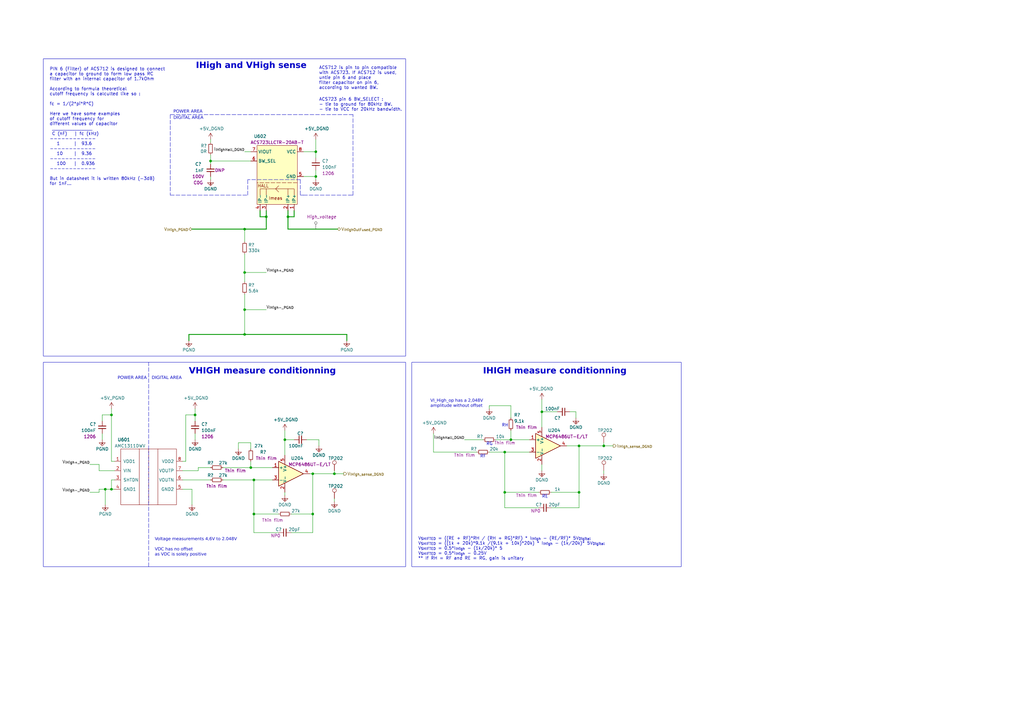
<source format=kicad_sch>
(kicad_sch (version 20230121) (generator eeschema)
  (paper "A3")
  (title_block (title "TWIST 1.4") (date "2023-10-11") (company "https://gitlab.laas.fr/owntech/boards/TWIST") (comment 1 "WALTER"))
  (lib_symbols
    (symbol "AMC1311DBW_1" (pin_names (offset 1.016))
      (property "Reference" "U601" (at -8.89 13.97 0))
      (property "Value" "AMC1311DWV" (at 7.62 13.97 0))
      (symbol "AMC1311DBW_1_0_1"
        (rectangle (start -11.43 12.7) (end 11.43 -10.16))
        (polyline (pts (xy -3.81 12.7) (xy -3.81 -10.16)))
        (polyline (pts (xy 0 12.7) (xy 0 -10.16)) (stroke (width 0) (type dash)))
        (polyline (pts (xy 3.81 12.7) (xy 3.81 -10.16)))
      )
      (symbol "AMC1311DBW_1_1_1"
        (pin power_in line (at -13.97 7.62 0) (length 2.54) (name "VDD1") (number "1"))
        (pin input line (at -13.97 3.81 0) (length 2.54) (name "VIN") (number "2"))
        (pin input line (at -13.97 0 0) (length 2.54) (name "SHTDN") (number "3"))
        (pin power_in line (at -13.97 -3.81 0) (length 2.54) (name "GND1") (number "4"))
        (pin power_in line (at 13.97 -3.81 180) (length 2.54) (name "GND2") (number "5"))
        (pin output line (at 13.97 0 180) (length 2.54) (name "VOUTN") (number "6"))
        (pin output line (at 13.97 3.81 180) (length 2.54) (name "VOUTP") (number "7"))
        (pin power_in line (at 13.97 7.62 180) (length 2.54) (name "VDD2") (number "8"))
      )
    )
    (symbol "Connector:TestPoint" (pin_numbers hide) (pin_names (offset 0.762) hide)
      (property "Reference" "TP" (at 0 6.858 0))
      (property "Value" "TestPoint" (at 0 5.08 0))
      (symbol "TestPoint_0_1"
        (circle (center 0 3.302) (radius 0.762))
      )
      (symbol "TestPoint_1_1"
        (pin passive line (at 0 0 90) (length 2.54) (name "1") (number "1"))
      )
    )
    (symbol "Device:C_Small" (pin_numbers hide) (pin_names (offset 0.254) hide)
      (property "Reference" "C" (at 0.254 1.778 0))
      (property "Value" "C_Small" (at 0.254 -2.032 0))
      (symbol "C_Small_0_1"
        (polyline (pts (xy -1.524 -0.508) (xy 1.524 -0.508)) (stroke (width 0.3302)))
        (polyline (pts (xy -1.524 0.508) (xy 1.524 0.508)) (stroke (width 0.3048)))
      )
      (symbol "C_Small_1_1"
        (pin passive line (at 0 2.54 270) (length 2.032) (name "~") (number "1"))
        (pin passive line (at 0 -2.54 90) (length 2.032) (name "~") (number "2"))
      )
    )
    (symbol "Device:R_Small" (pin_numbers hide) (pin_names (offset 0.254) hide)
      (property "Reference" "R" (at 0.762 0.508 0))
      (property "Value" "R_Small" (at 0.762 -1.016 0))
      (symbol "R_Small_0_1"
        (rectangle (start -0.762 1.778) (end 0.762 -1.778) (stroke (width 0.2032)))
      )
      (symbol "R_Small_1_1"
        (pin passive line (at 0 2.54 270) (length 0.762) (name "~") (number "1"))
        (pin passive line (at 0 -2.54 90) (length 0.762) (name "~") (number "2"))
      )
    )
    (symbol "R_Small_14" (pin_numbers hide) (pin_names (offset 0.254) hide)
      (property "Reference" "R" (at 0.762 0.508 0))
      (property "Value" "R_Small_14" (at 0.762 -1.016 0))
      (symbol "R_Small_14_0_1"
        (rectangle (start -0.762 1.778) (end 0.762 -1.778) (stroke (width 0.2032)))
      )
      (symbol "R_Small_14_1_1"
        (pin passive line (at 0 2.54 270) (length 0.762) (name "~") (number "1"))
        (pin passive line (at 0 -2.54 90) (length 0.762) (name "~") (number "2"))
      )
    )
    (symbol "R_Small_5" (pin_numbers hide) (pin_names (offset 0.254) hide)
      (property "Reference" "R" (at 0.762 0.508 0))
      (property "Value" "R_Small_5" (at 0.762 -1.016 0))
      (symbol "R_Small_5_0_1"
        (rectangle (start -0.762 1.778) (end 0.762 -1.778) (stroke (width 0.2032)))
      )
      (symbol "R_Small_5_1_1"
        (pin passive line (at 0 2.54 270) (length 0.762) (name "~") (number "1"))
        (pin passive line (at 0 -2.54 90) (length 0.762) (name "~") (number "2"))
      )
    )
    (symbol "R_Small_6" (pin_numbers hide) (pin_names (offset 0.254) hide)
      (property "Reference" "R" (at 0.762 0.508 0))
      (property "Value" "R_Small_6" (at 0.762 -1.016 0))
      (symbol "R_Small_6_0_1"
        (rectangle (start -0.762 1.778) (end 0.762 -1.778) (stroke (width 0.2032)))
      )
      (symbol "R_Small_6_1_1"
        (pin passive line (at 0 2.54 270) (length 0.762) (name "~") (number "1"))
        (pin passive line (at 0 -2.54 90) (length 0.762) (name "~") (number "2"))
      )
    )
    (symbol "Symbols:+5V_DGND" (power) (in_bom no) (on_board no)
      (property "Value" "+5V_DGND" (at -0.127 3.81 0))
      (symbol "+5V_DGND_0_1"
        (polyline (pts (xy -0.762 1.27) (xy 0 2.54)))
        (polyline (pts (xy 0 0) (xy 0 2.54)))
        (polyline (pts (xy 0 2.54) (xy 0.762 1.27)))
      )
      (symbol "+5V_DGND_1_1"
        (pin power_in line (at 0 0 90) (length 0) hide (name "+5V_DGND") (number "1"))
      )
    )
    (symbol "Symbols:+5V_PGND" (power) (in_bom no) (on_board no)
      (property "Value" "+5V_PGND" (at -0.127 3.81 0))
      (symbol "+5V_PGND_0_1"
        (polyline (pts (xy -0.762 1.27) (xy 0 2.54)))
        (polyline (pts (xy 0 0) (xy 0 2.54)))
        (polyline (pts (xy 0 2.54) (xy 0.762 1.27)))
      )
      (symbol "+5V_PGND_1_1"
        (pin power_in line (at 0 0 90) (length 0) hide (name "+5V_PGND") (number "1"))
      )
    )
    (symbol "Symbols:ACS723LLCTR-20AB-T"
      (property "Reference" "U602" (at 7.62 10.16 0))
      (property "Value" "ACS723LLCTR-20AB-T" (at 13.97 -15.24 0))
      (property "manf#" "ACS723LLCTR-20AB-T" (at -8.89 10.16 0))
      (symbol "ACS723LLCTR-20AB-T_0_0"
        (rectangle (start -8.89 8.89) (end 7.62 -15.24) (fill (type background)))
        (polyline (pts (xy -8.89 -6.35) (xy 7.62 -6.35)) (stroke (width 0) (type dash)))
        (polyline (pts (xy -1.27 -10.16) (xy 0 -8.89) (xy -1.27 -7.62)))
        (text "HALL" (at 5.08 -7.62 0) (effects (font (size 1.27 1.27))))
        (text "Imeas" (at 0 -12.7 0) (effects (font (size 1.27 1.27))))
      )
      (symbol "ACS723LLCTR-20AB-T_0_1"
        (polyline (pts (xy -5.08 -11.43) (xy -5.08 -8.89)))
        (polyline (pts (xy 3.81 -11.43) (xy 3.81 -8.89)))
        (polyline (pts (xy -7.62 -11.43) (xy -7.62 -8.89) (xy 6.35 -8.89) (xy 6.35 -11.43)))
      )
      (symbol "ACS723LLCTR-20AB-T_1_1"
        (pin passive line (at -7.62 -17.78 90) (length 2.54) (name "IP+") (number "1"))
        (pin passive line (at -5.08 -17.78 90) (length 2.54) (name "IP+") (number "2"))
        (pin passive line (at 3.81 -17.78 90) (length 2.54) (name "IP-") (number "3"))
        (pin passive line (at 6.35 -17.78 90) (length 2.54) (name "IP-") (number "4"))
        (pin power_in line (at -11.43 -3.81 0) (length 2.54) (name "GND") (number "5"))
        (pin passive line (at 10.16 2.54 180) (length 2.54) (name "BW_SEL") (number "6"))
        (pin output line (at 10.16 6.35 180) (length 2.54) (name "VIOUT") (number "7"))
        (pin power_in line (at -11.43 6.35 0) (length 2.54) (name "VCC") (number "8"))
      )
    )
    (symbol "Symbols:DGND" (power) (pin_names (offset 0))
      (property "Value" "DGND" (at 0 -3.81 0))
      (symbol "DGND_0_0"
        (text "D" (at 0 -1.778 0) (effects (font (size 0.63 0.63))))
      )
      (symbol "DGND_0_1"
        (polyline (pts (xy 0 0) (xy 0 -1.27) (xy 1.27 -1.27) (xy 0 -2.54) (xy -1.27 -1.27) (xy 0 -1.27)))
      )
      (symbol "DGND_1_1"
        (pin power_in line (at 0 0 270) (length 0) hide (name "DGND") (number "1"))
      )
    )
    (symbol "Symbols:MCP6486UT-E/LT " (pin_names (offset 0.127))
      (property "Reference" "U205" (at 3.81 7.62 0))
      (property "manf#" "MCP6486UT-E/LT " (at 12.7 5.08 0))
      (symbol "MCP6486UT-E/LT _0_1"
        (polyline (pts (xy -2.54 5.08) (xy -2.54 -5.08) (xy 7.62 0) (xy -2.54 5.08)) (stroke (width 0.254)) (fill (type background)))
      )
      (symbol "MCP6486UT-E/LT _1_1"
        (pin input line (at -5.08 2.54 0) (length 2.54) (name "+") (number "1"))
        (pin power_in line (at 0 -7.62 90) (length 3.81) (name "V-") (number "2"))
        (pin input line (at -5.08 -2.54 0) (length 2.54) (name "-") (number "3"))
        (pin output line (at 10.16 0 180) (length 2.54) (name "~") (number "4"))
        (pin power_in line (at 0 7.62 270) (length 3.81) (name "V+") (number "5"))
      )
    )
    (symbol "Symbols:PGND" (power) (pin_names (offset 0))
      (property "Value" "PGND" (at 0 -3.81 0))
      (symbol "PGND_0_1"
        (polyline (pts (xy 0 0) (xy 0 -1.27) (xy 1.27 -1.27) (xy 0 -2.54) (xy -1.27 -1.27) (xy 0 -1.27)))
      )
      (symbol "PGND_1_0"
        (text "P" (at 0 -1.778 0) (effects (font (size 0.63 0.63))))
      )
      (symbol "PGND_1_1"
        (pin power_in line (at 0 0 270) (length 0) hide (name "PGND") (number "1"))
      )
    )
  )
  (junction (at 104.14 196.85))
  (junction (at 100.33 93.98))
  (junction (at 128.27 194.31))
  (junction (at 116.84 180.34))
  (junction (at 104.14 210.82))
  (junction (at 237.49 201.93))
  (junction (at 80.01 170.18))
  (junction (at 128.27 210.82))
  (junction (at 237.49 182.88))
  (junction (at 100.33 127))
  (junction (at 43.18 200.66))
  (junction (at 45.72 200.66))
  (junction (at 45.72 170.18))
  (junction (at 102.87 191.77))
  (junction (at 207.01 201.93))
  (junction (at 86.36 66.04))
  (junction (at 207.01 185.42))
  (junction (at 247.65 182.88))
  (junction (at 109.22 88.9))
  (junction (at 100.33 111.76))
  (junction (at 222.25 168.91))
  (junction (at 209.55 180.34))
  (junction (at 118.11 88.9))
  (junction (at 129.54 72.39))
  (junction (at 129.54 62.23))
  (junction (at 137.16 194.31))
  (junction (at 100.33 137.16))
  (wire (pts (xy 36.83 190.5) (xy 40.64 190.5)))
  (polyline (pts (xy 144.78 80.01) (xy 144.78 46.99)) (stroke (width 0) (type dash)))
  (wire (pts (xy 81.28 191.77) (xy 81.28 193.04)))
  (wire (pts (xy 91.44 191.77) (xy 102.87 191.77)))
  (wire (pts (xy 247.65 181.61) (xy 247.65 182.88)))
  (wire (pts (xy 200.66 166.37) (xy 209.55 166.37)))
  (wire (pts (xy 200.66 166.37) (xy 200.66 167.64)))
  (wire (pts (xy 125.73 180.34) (xy 130.81 180.34)))
  (wire (pts (xy 86.36 63.5) (xy 86.36 66.04)))
  (wire (pts (xy 40.64 200.66) (xy 40.64 201.93)))
  (wire (pts (xy 40.64 193.04) (xy 40.64 190.5)))
  (wire (pts (xy 128.27 194.31) (xy 137.16 194.31)))
  (wire (pts (xy 102.87 184.15) (xy 102.87 181.61)))
  (wire (pts (xy 104.14 196.85) (xy 111.76 196.85)))
  (wire (pts (xy 129.54 62.23) (xy 129.54 64.77)))
  (polyline (pts (xy 143.51 80.01) (xy 144.78 80.01)) (stroke (width 0) (type dash)))
  (polyline (pts (xy 123.19 80.01) (xy 124.46 80.01)) (stroke (width 0) (type dash)))
  (wire (pts (xy 137.16 204.47) (xy 137.16 205.74)))
  (wire (pts (xy 237.49 182.88) (xy 237.49 201.93)))
  (wire (pts (xy 129.54 72.39) (xy 129.54 73.66)))
  (wire (pts (xy 222.25 168.91) (xy 228.6 168.91)))
  (wire (pts (xy 116.84 180.34) (xy 116.84 186.69)))
  (wire (pts (xy 109.22 88.9) (xy 109.22 93.98)) (stroke (width 0.35)))
  (wire (pts (xy 102.87 189.23) (xy 102.87 191.77)))
  (wire (pts (xy 177.8 177.8) (xy 177.8 185.42)))
  (wire (pts (xy 236.22 168.91) (xy 236.22 171.45)))
  (wire (pts (xy 81.28 193.04) (xy 74.93 193.04)))
  (wire (pts (xy 43.18 200.66) (xy 45.72 200.66)))
  (wire (pts (xy 114.3 218.44) (xy 104.14 218.44)))
  (wire (pts (xy 130.81 180.34) (xy 130.81 182.88)))
  (wire (pts (xy 247.65 193.04) (xy 247.65 194.31)))
  (wire (pts (xy 74.93 196.85) (xy 86.36 196.85)))
  (wire (pts (xy 104.14 210.82) (xy 104.14 218.44)))
  (wire (pts (xy 100.33 120.65) (xy 100.33 127)))
  (wire (pts (xy 86.36 72.39) (xy 86.36 73.66)))
  (wire (pts (xy 129.54 72.39) (xy 124.46 72.39)))
  (wire (pts (xy 207.01 185.42) (xy 207.01 201.93)))
  (wire (pts (xy 190.5 180.34) (xy 198.12 180.34)))
  (wire (pts (xy 86.36 66.04) (xy 102.87 66.04)))
  (wire (pts (xy 128.27 194.31) (xy 128.27 210.82)))
  (wire (pts (xy 116.84 180.34) (xy 120.65 180.34)))
  (wire (pts (xy 77.47 137.16) (xy 77.47 139.7)) (stroke (width 0.35)))
  (wire (pts (xy 100.33 104.14) (xy 100.33 111.76)))
  (wire (pts (xy 100.33 137.16) (xy 77.47 137.16)) (stroke (width 0.35)))
  (wire (pts (xy 226.06 201.93) (xy 237.49 201.93)))
  (wire (pts (xy 116.84 176.53) (xy 116.84 180.34)))
  (wire (pts (xy 142.24 137.16) (xy 100.33 137.16)) (stroke (width 0.35)))
  (wire (pts (xy 46.99 193.04) (xy 40.64 193.04)))
  (wire (pts (xy 116.84 201.93) (xy 116.84 203.2)))
  (wire (pts (xy 109.22 111.76) (xy 100.33 111.76)))
  (wire (pts (xy 78.74 200.66) (xy 78.74 207.01)))
  (wire (pts (xy 100.33 127) (xy 100.33 137.16)))
  (wire (pts (xy 138.43 93.98) (xy 118.11 93.98)) (stroke (width 0.35)))
  (wire (pts (xy 40.64 200.66) (xy 43.18 200.66)))
  (wire (pts (xy 207.01 201.93) (xy 207.01 208.28)))
  (wire (pts (xy 106.68 88.9) (xy 106.68 86.36)) (stroke (width 0.35)))
  (wire (pts (xy 127 194.31) (xy 128.27 194.31)))
  (wire (pts (xy 46.99 196.85) (xy 45.72 196.85)))
  (wire (pts (xy 100.33 111.76) (xy 100.33 115.57)))
  (wire (pts (xy 222.25 163.83) (xy 222.25 168.91)))
  (wire (pts (xy 177.8 185.42) (xy 195.58 185.42)))
  (wire (pts (xy 45.72 189.23) (xy 46.99 189.23)))
  (wire (pts (xy 91.44 196.85) (xy 104.14 196.85)))
  (wire (pts (xy 203.2 180.34) (xy 209.55 180.34)))
  (wire (pts (xy 41.91 170.18) (xy 45.72 170.18)))
  (wire (pts (xy 74.93 200.66) (xy 78.74 200.66)))
  (wire (pts (xy 220.98 208.28) (xy 207.01 208.28)))
  (wire (pts (xy 109.22 127) (xy 100.33 127)))
  (wire (pts (xy 102.87 191.77) (xy 111.76 191.77)))
  (wire (pts (xy 45.72 167.64) (xy 45.72 170.18)))
  (wire (pts (xy 100.33 93.98) (xy 78.74 93.98)) (stroke (width 0.35)))
  (wire (pts (xy 36.83 201.93) (xy 40.64 201.93)))
  (polyline (pts (xy 124.46 80.01) (xy 143.51 80.01)) (stroke (width 0) (type dash)))
  (wire (pts (xy 104.14 210.82) (xy 114.3 210.82)))
  (wire (pts (xy 45.72 170.18) (xy 45.72 189.23)))
  (wire (pts (xy 109.22 88.9) (xy 106.68 88.9)) (stroke (width 0.35)))
  (wire (pts (xy 222.25 190.5) (xy 222.25 193.04)))
  (wire (pts (xy 74.93 189.23) (xy 76.2 189.23)))
  (wire (pts (xy 41.91 177.8) (xy 41.91 180.34)))
  (wire (pts (xy 236.22 168.91) (xy 233.68 168.91)))
  (wire (pts (xy 43.18 200.66) (xy 43.18 207.01)))
  (wire (pts (xy 124.46 62.23) (xy 129.54 62.23)))
  (wire (pts (xy 109.22 86.36) (xy 109.22 88.9)) (stroke (width 0.35)))
  (wire (pts (xy 137.16 193.04) (xy 137.16 194.31)))
  (wire (pts (xy 237.49 182.88) (xy 247.65 182.88)))
  (wire (pts (xy 209.55 180.34) (xy 217.17 180.34)))
  (wire (pts (xy 118.11 88.9) (xy 118.11 93.98)) (stroke (width 0.35)))
  (wire (pts (xy 128.27 210.82) (xy 128.27 218.44)))
  (wire (pts (xy 142.24 137.16) (xy 142.24 139.7)) (stroke (width 0.35)))
  (wire (pts (xy 222.25 168.91) (xy 222.25 175.26)))
  (wire (pts (xy 86.36 191.77) (xy 81.28 191.77)))
  (polyline (pts (xy 60.96 232.41) (xy 60.96 148.59)) (stroke (width 0) (type dash)))
  (wire (pts (xy 237.49 201.93) (xy 237.49 208.28)))
  (wire (pts (xy 207.01 201.93) (xy 220.98 201.93)))
  (wire (pts (xy 100.33 62.23) (xy 102.87 62.23)))
  (polyline (pts (xy 69.85 80.01) (xy 101.6 80.01)) (stroke (width 0) (type dash)))
  (wire (pts (xy 45.72 196.85) (xy 45.72 200.66)))
  (wire (pts (xy 97.79 181.61) (xy 97.79 184.15)))
  (wire (pts (xy 209.55 166.37) (xy 209.55 171.45)))
  (wire (pts (xy 118.11 88.9) (xy 120.65 88.9)) (stroke (width 0.35)))
  (wire (pts (xy 80.01 167.64) (xy 80.01 170.18)))
  (polyline (pts (xy 144.78 46.99) (xy 69.85 46.99)) (stroke (width 0) (type dash)))
  (wire (pts (xy 129.54 69.85) (xy 129.54 72.39)))
  (wire (pts (xy 137.16 194.31) (xy 140.97 194.31)))
  (wire (pts (xy 207.01 185.42) (xy 217.17 185.42)))
  (polyline (pts (xy 123.19 73.66) (xy 123.19 80.01)) (stroke (width 0) (type dash)))
  (wire (pts (xy 76.2 170.18) (xy 76.2 189.23)))
  (wire (pts (xy 119.38 218.44) (xy 128.27 218.44)))
  (polyline (pts (xy 101.6 80.01) (xy 101.6 73.66)) (stroke (width 0) (type dash)))
  (wire (pts (xy 118.11 86.36) (xy 118.11 88.9)) (stroke (width 0.35)))
  (wire (pts (xy 80.01 170.18) (xy 80.01 172.72)))
  (wire (pts (xy 41.91 170.18) (xy 41.91 172.72)))
  (wire (pts (xy 119.38 210.82) (xy 128.27 210.82)))
  (wire (pts (xy 86.36 67.31) (xy 86.36 66.04)))
  (wire (pts (xy 120.65 88.9) (xy 120.65 86.36)) (stroke (width 0.35)))
  (wire (pts (xy 97.79 181.61) (xy 102.87 181.61)))
  (wire (pts (xy 209.55 176.53) (xy 209.55 180.34)))
  (wire (pts (xy 104.14 196.85) (xy 104.14 210.82)))
  (wire (pts (xy 200.66 185.42) (xy 207.01 185.42)))
  (wire (pts (xy 80.01 177.8) (xy 80.01 180.34)))
  (wire (pts (xy 232.41 182.88) (xy 237.49 182.88)))
  (polyline (pts (xy 69.85 46.99) (xy 69.85 80.01)) (stroke (width 0) (type dash)))
  (wire (pts (xy 45.72 200.66) (xy 46.99 200.66)))
  (wire (pts (xy 80.01 170.18) (xy 76.2 170.18)))
  (wire (pts (xy 226.06 208.28) (xy 237.49 208.28)))
  (wire (pts (xy 100.33 93.98) (xy 109.22 93.98)) (stroke (width 0.35)))
  (wire (pts (xy 100.33 99.06) (xy 100.33 93.98)))
  (wire (pts (xy 247.65 182.88) (xy 251.46 182.88)))
  (polyline (pts (xy 123.19 73.66) (xy 101.6 73.66)) (stroke (width 0) (type dash)))
  (wire (pts (xy 129.54 57.15) (xy 129.54 62.23)))
  (wire (pts (xy 86.36 57.15) (xy 86.36 58.42)))
  (rectangle (start 17.78 148.59) (end 166.37 232.41))
  (rectangle (start 168.91 148.59) (end 279.4 232.41))
  (rectangle (start 17.78 24.13) (end 166.37 146.05))
  (text "VHIGH measure conditionning\n\n" (at 77.47 158.75 0) (effects (font (size 2.54 2.54) (thickness 0.4978) bold) (justify left bottom)))
  (text "ACS712 is pin to pin compatible\nwith ACS723. If ACS712 is used,\nuntie pin 6 and place\nfilter capacitor on pin 6,\naccording to wanted BW.\n" (at 130.81 36.83 0) (effects (font (size 1.27 1.27)) (justify left bottom)))
  (text "RH" (at 205.74 175.26 0) (effects (font (size 1.27 1.27)) (justify left bottom)))
  (text "ACS723 pin 6 BW_SELECT :\n- tie to ground for 80kHz BW.\n- tie to VCC for 20kHz bandwidth." (at 130.81 45.72 0) (effects (font (size 1.27 1.27)) (justify left bottom)))
  (text "IHigh and VHigh sense\n" (at 125.73 29.21 0) (effects (font (size 2.54 2.54) (thickness 0.4978) bold) (justify right bottom)))
  (text "VI_High_op has a 2,048V \namplitude without offset" (at 176.53 167.64 0) (effects (font (size 1.2446 1.2446)) (justify left bottom)))
  (text "POWER AREA\n" (at 48.26 156.21 0) (effects (font (size 1.27 1.27)) (justify left bottom)))
  (text "RF" (at 196.85 187.96 0) (effects (font (size 1.27 1.27)) (justify left bottom)))
  (text "DIGITAL AREA\n" (at 71.12 49.53 0) (effects (font (size 1.27 1.27)) (justify left bottom)))
  (text "IHIGH measure conditionning\n\n" (at 198.12 158.75 0) (effects (font (size 2.54 2.54) (thickness 0.4978) bold) (justify left bottom)))
  (text "RG" (at 199.39 182.88 0) (effects (font (size 1.27 1.27)) (justify left bottom)))
  (text "DIGITAL AREA\n" (at 62.23 156.21 0) (effects (font (size 1.27 1.27)) (justify left bottom)))
  (text "PIN 6 (Filter) of ACS712 is designed to connect\na capacitor to ground to form low pass RC\nfilter with an internal capacitor of 1.7kOhm\n\nAccording to formula theoretical \ncutoff frequency is calculted like so :\n\nfc = 1/(2*pi*R*C)\n\nHere we have some examples\nof cutoff frequency for \ndifferent values of capacitor\n _________________\n C (nF)   | fc (kHz) \n------------\n   1	|  93.6  \n------------\n   10	|  9.36  \n------------\n   100	|  0.936  \n------------\n\nBut in datasheet it is written 80kHz (-3dB)\nfor 1nF..." (at 20.32 76.2 0) (effects (font (size 1.27 1.27)) (justify left bottom)))
  (text "V_{SHIFTED} = ((RE + RF)*RH / (RH + RG)*RF) * I_{IHigh} - (RE/RF)* 5V_{Digital}\nV_{SHIFTED} = ((1k + 20k)*9.1k /(9.1k + 10k)*20k) * I_{IHigh} - (1k/20k)* 5V_{Digital}\nV_{SHIFTED} = 0,5*I_{IHigh} - (1k/20k)* 5\nV_{SHIFTED} = 0,5*I_{IHigh} - 0.25V\n** If RH = RF and RE = RG, gain is unitary\n" (at 171.45 229.87 0) (effects (font (size 1.27 1.27)) (justify left bottom)))
  (text "RE" (at 222.25 204.47 0) (effects (font (size 1.27 1.27)) (justify left bottom)))
  (text "Voltage measurements 4,6V to 2.048V\n\nVDC has no offset \nas VDC is solely positive\n" (at 63.5 228.6 0) (effects (font (size 1.2446 1.2446)) (justify left bottom)))
  (text "POWER AREA\n" (at 71.12 46.99 0) (effects (font (size 1.27 1.27)) (justify left bottom)))
  (label "I_{IHighHall_DGND}" (at 100.33 62.23 180))
  (label "V_{IHigh+_PGND}" (at 36.83 190.5 180))
  (label "V_{IHigh+_PGND}" (at 109.22 111.76 0))
  (label "V_{IHigh-_PGND}" (at 36.83 201.93 180))
  (label "V_{IHigh-_PGND}" (at 109.22 127 0))
  (label "I_{IHighHall_DGND}" (at 190.5 180.34 180))
  (hierarchical_label "V_{IHigh_PGND}" (shape bidirectional) (at 78.74 93.98 180))
  (hierarchical_label "V_{IHigh_sense_DGND}" (shape output) (at 140.97 194.31 0))
  (hierarchical_label "I_{IHigh_sense_DGND}" (shape output) (at 251.46 182.88 0))
  (hierarchical_label "V_{IHighOutFused_PGND}" (shape bidirectional) (at 138.43 93.98 0))
  (netclass_flag "" (length 2.54) (shape round) (at 129.54 93.98 0) (property "Netclass" "High_voltage" (at 125.73 88.9 0) (effects (font italic) (justify left))))
  (symbol (lib_id "Symbols:+5V_PGND") (at 45.72 167.64 0) (unit 1) (in_bom no) (on_board no)
    (property "Reference" "#PWR?" (effects hide))
    (property "Value" "+5V_PGND" (at 46.101 163.2458 0))
    (instances (project "Power" (path "" (reference "#PWR?") (unit 1)) (path "" (reference "#PWR032") (unit 1))))
  )
  (symbol (lib_id "Symbols:DGND") (at 236.22 171.45 0) (mirror y) (unit 1)
    (property "Reference" "#PWR?" (effects hide))
    (property "Value" "DGND" (at 236.22 175.26 0))
    (instances (project "Power" (path "" (reference "#PWR?") (unit 1)) (path "" (reference "#PWR049") (unit 1))))
  )
  (symbol (lib_id "Symbols:DGND") (at 97.79 184.15 0) (unit 1)
    (property "Reference" "#PWR?" (effects hide))
    (property "Value" "DGND" (at 97.79 187.96 0))
    (instances (project "Power" (path "" (reference "#PWR?") (unit 1)) (path "" (reference "#PWR039") (unit 1))))
  )
  (symbol (lib_id "Device:C_Small") (at 223.52 208.28 90) (unit 1)
    (property "Reference" "C?" (at 222.25 207.01 90) (effects (justify left)))
    (property "Value" "20pF" (at 229.87 207.01 90) (effects (justify left)))
    (property "Footprint" "Footprints:C_0805_2012Metric" (effects hide))
    (property "Datasheet" "${KIPRJMOD}\\datasheet\\UPY_GP_NP0_16V_to_50V_18-1730511.pdf" (effects hide))
    (property "manf#" "CC0805JRNPO9BN200" (effects hide))
    (property "Package" "0805" (effects hide))
    (property "Dielectric" "NP0" (at 219.71 209.55 90))
    (property "Voltage" "50V" (effects hide))
    (instances (project "Power" (path "" (reference "C?") (unit 1)) (path "" (reference "C607") (unit 1))))
  )
  (symbol (lib_id "Symbols:+5V_DGND") (at 80.01 167.64 0) (unit 1) (in_bom no) (on_board no)
    (property "Reference" "#PWR?" (effects hide))
    (property "Value" "+5V_DGND" (at 80.391 163.2458 0))
    (instances (project "Power" (path "" (reference "#PWR?") (unit 1)) (path "" (reference "#PWR036") (unit 1))))
  )
  (symbol (lib_id "Device:C_Small") (at 80.01 175.26 0) (mirror x) (unit 1)
    (property "Reference" "C?" (at 82.55 173.99 0) (effects (justify left)))
    (property "Value" "100nF" (at 82.55 176.53 0) (effects (justify left)))
    (property "Footprint" "Capacitor_SMD:C_1206_3216Metric" (effects hide))
    (property "Datasheet" "${KIPRJMOD}\\datasheet\\KEM_C1002_X7R_SMD-3316098.pdf" (effects hide))
    (property "manf#" "C1206C104K5RAC7867" (effects hide))
    (property "DNP" "x" (effects hide))
    (property "Voltage" "50V" (effects hide))
    (property "Package" "1206" (at 85.09 179.07 0))
    (property "Functional Block" "Measurement" (effects hide))
    (property "Metal content" "BaTiO3" (effects hide))
    (property "Subfunction" "VIHigh measure" (effects hide))
    (property "Dielectric" "X7R" (effects hide))
    (instances (project "InverterLeg" (path "" (reference "C?") (unit 1))) (project "Power" (path "" (reference "C?") (unit 1)) (path "" (reference "C603") (unit 1))))
  )
  (symbol (lib_id "Symbols:PGND") (at 41.91 180.34 0) (mirror y) (unit 1)
    (property "Reference" "#PWR?" (effects hide))
    (property "Value" "PGND" (at 41.91 184.15 0))
    (instances (project "Power" (path "" (reference "#PWR?") (unit 1)) (path "" (reference "#PWR06") (unit 1))))
  )
  (symbol (lib_id "Symbols:MCP6486UT-E/LT ") (at 116.84 194.31 0) (unit 1)
    (property "Reference" "U204" (at 121.92 187.96 0))
    (property "Value" "MCP6486UT-E/LT " (effects hide))
    (property "Footprint" "Package_TO_SOT_SMD:SOT-353_SC-70-5_Handsoldering" (effects hide))
    (property "Datasheet" "${KIPRJMOD}\\datasheet\\MCP6486_Family_Data_Sheet_DS20006679A-2949415.pdf" (effects hide))
    (property "manf#" "MCP6486UT-E/LT" (at 127 190.5 0))
    (property "Functional Block" "Measurement" (effects hide))
    (property "Subfunction" "IILow Measure" (effects hide))
    (instances (project "Power" (path "" (reference "U204") (unit 1)) (path "" (reference "U304") (unit 1)) (path "" (reference "U603") (unit 1))))
  )
  (symbol (lib_id "Symbols:DGND") (at 80.01 180.34 0) (unit 1)
    (property "Reference" "#PWR?" (effects hide))
    (property "Value" "DGND" (at 80.01 184.15 0))
    (instances (project "Power" (path "" (reference "#PWR?") (unit 1)) (path "" (reference "#PWR037") (unit 1))))
  )
  (symbol (lib_name "R_Small_14") (lib_id "Device:R_Small") (at 88.9 196.85 90) (unit 1)
    (property "Reference" "R?" (at 87.63 194.945 90) (effects (justify left)))
    (property "Value" "27k" (at 93.345 194.945 90) (effects (justify left)))
    (property "Footprint" "Footprints:R_0805_2012Metric" (effects hide))
    (property "Datasheet" "${KIPRJMOD}\\datasheet\\PYu_RT_1_to_0_01_RoHS_L_12-3003070.pdf" (effects hide))
    (property "manf#" "RT0805FRE1327KL" (effects hide))
    (property "Package" "0805" (effects hide))
    (property "Technology" "Thin film" (at 88.9 199.39 90))
    (instances (project "Power" (path "" (reference "R?") (unit 1)) (path "" (reference "R604") (unit 1))))
  )
  (symbol (lib_id "Device:C_Small") (at 231.14 168.91 270) (mirror x) (unit 1)
    (property "Reference" "C?" (at 227.33 171.45 90) (effects (justify left)))
    (property "Value" "100nF" (at 223.52 167.64 90) (effects (justify left)))
    (property "Footprint" "Footprints:C_0805_2012Metric" (effects hide))
    (property "Datasheet" "${KIPRJMOD}\\datasheet\\KEM_C1002_X7R_SMD-3316098.pdf" (effects hide))
    (property "manf#" "C0805C104K5RACTU" (effects hide))
    (property "DNP" "x" (effects hide))
    (property "Voltage" "50V" (effects hide))
    (property "Package" "0805" (effects hide))
    (property "Dielectric" "X7R" (effects hide))
    (instances (project "InverterLeg" (path "" (reference "C?") (unit 1))) (project "Power" (path "" (reference "C?") (unit 1)) (path "" (reference "C608") (unit 1))))
  )
  (symbol (lib_id "Symbols:DGND") (at 200.66 167.64 0) (unit 1)
    (property "Reference" "#PWR?" (effects hide))
    (property "Value" "DGND" (at 200.66 171.45 0))
    (instances (project "Power" (path "" (reference "#PWR?") (unit 1)) (path "" (reference "#PWR046") (unit 1))))
  )
  (symbol (lib_id "Symbols:DGND") (at 129.54 73.66 0) (unit 1)
    (property "Reference" "#PWR?" (effects hide))
    (property "Value" "DGND" (at 129.54 77.47 0))
    (instances (project "Power" (path "" (reference "#PWR?") (unit 1)) (path "" (reference "#PWR034") (unit 1))))
  )
  (symbol (lib_id "Device:C_Small") (at 116.84 218.44 90) (unit 1)
    (property "Reference" "C?" (at 115.57 217.17 90) (effects (justify left)))
    (property "Value" "20pF" (at 123.19 217.17 90) (effects (justify left)))
    (property "Footprint" "Footprints:C_0805_2012Metric" (effects hide))
    (property "Datasheet" "${KIPRJMOD}\\datasheet\\UPY_GP_NP0_16V_to_50V_18-1730511.pdf" (effects hide))
    (property "manf#" "CC0805JRNPO9BN200" (effects hide))
    (property "Package" "0805" (effects hide))
    (property "Dielectric" "NP0" (at 113.03 219.71 90))
    (property "Voltage" "50V" (effects hide))
    (instances (project "Power" (path "" (reference "C?") (unit 1)) (path "" (reference "C605") (unit 1))))
  )
  (symbol (lib_id "Symbols:ACS723LLCTR-20AB-T") (at 113.03 68.58 0) (mirror y) (unit 1)
    (property "Reference" "U602" (at 106.68 55.88 0))
    (property "Value" "ACS723LLCTR-20AB-T" (effects hide))
    (property "Footprint" "Package_SO:SOIC-8_3.9x4.9mm_P1.27mm" (effects hide))
    (property "Datasheet" "${KIPRJMOD}\\datasheet\\ACS723-Datasheet-1.pdf" (effects hide))
    (property "manf#" "ACS723LLCTR-20AB-T" (at 113.665 58.42 0))
  )
  (symbol (lib_id "Symbols:PGND") (at 142.24 139.7 0) (mirror y) (unit 1)
    (property "Reference" "#PWR?" (effects hide))
    (property "Value" "PGND" (at 142.24 143.51 0))
    (instances (project "Power" (path "" (reference "#PWR?") (unit 1)) (path "" (reference "#PWR03") (unit 1))))
  )
  (symbol (lib_id "Device:R_Small") (at 116.84 210.82 90) (unit 1)
    (property "Reference" "R?" (at 114.3 209.55 90) (effects (justify left)))
    (property "Value" "27k" (at 123.19 209.55 90) (effects (justify left)))
    (property "Footprint" "Footprints:R_0805_2012Metric" (effects hide))
    (property "Datasheet" "${KIPRJMOD}\\datasheet\\PYu_RT_1_to_0_01_RoHS_L_12-3003070.pdf" (effects hide))
    (property "manf#" "RT0805FRE1327KL" (effects hide))
    (property "Package" "0805" (effects hide))
    (property "Technology" "Thin film" (at 111.76 213.36 90))
    (instances (project "Power" (path "" (reference "R?") (unit 1)) (path "" (reference "R606") (unit 1))))
  )
  (symbol (lib_id "Connector:TestPoint") (at 137.16 193.04 0) (unit 1)
    (property "Reference" "TP202" (at 134.62 187.96 0) (effects (justify left)))
    (property "Value" "TestPoint" (effects hide))
    (property "Footprint" "Footprints:TestPoint_THTPad_D1.5mm_Drill0.7mm" (effects hide))
    (property "DNP" "x" (effects hide))
    (instances (project "Power" (path "" (reference "TP202") (unit 1)) (path "" (reference "TP302") (unit 1)) (path "" (reference "TP601") (unit 1))))
  )
  (symbol (lib_id "Symbols:DGND") (at 137.16 205.74 0) (unit 1)
    (property "Reference" "#PWR?" (effects hide))
    (property "Value" "DGND" (at 137.16 209.55 0))
    (instances (project "Power" (path "" (reference "#PWR?") (unit 1)) (path "" (reference "#PWR044") (unit 1))))
  )
  (symbol (lib_id "Connector:TestPoint") (at 137.16 204.47 0) (unit 1)
    (property "Reference" "TP202" (at 134.62 199.39 0) (effects (justify left)))
    (property "Value" "TestPoint" (effects hide))
    (property "Footprint" "Footprints:TestPoint_THTPad_D1.5mm_Drill0.7mm" (effects hide))
    (property "DNP" "x" (effects hide))
    (instances (project "Power" (path "" (reference "TP202") (unit 1)) (path "" (reference "TP302") (unit 1)) (path "" (reference "TP602") (unit 1))))
  )
  (symbol (lib_id "Device:C_Small") (at 129.54 67.31 0) (mirror x) (unit 1)
    (property "Reference" "C?" (at 132.08 66.04 0) (effects (justify left)))
    (property "Value" "100nF" (at 132.08 68.58 0) (effects (justify left)))
    (property "Footprint" "Capacitor_SMD:C_1206_3216Metric" (effects hide))
    (property "Datasheet" "${KIPRJMOD}\\datasheet\\KEM_C1002_X7R_SMD-3316098.pdf" (effects hide))
    (property "manf#" "C1206C104K5RAC7867" (effects hide))
    (property "DNP" "x" (effects hide))
    (property "Voltage" "50V" (effects hide))
    (property "Package" "1206" (at 134.62 71.12 0))
    (property "Functional Block" "Measurement" (effects hide))
    (property "Metal content" "BaTiO3" (effects hide))
    (property "Subfunction" "VIHigh measure" (effects hide))
    (property "Dielectric" "X7R" (effects hide))
    (instances (project "InverterLeg" (path "" (reference "C?") (unit 1))) (project "Power" (path "" (reference "C?") (unit 1)) (path "" (reference "C604") (unit 1))))
  )
  (symbol (lib_id "Symbols:DGND") (at 130.81 182.88 0) (unit 1)
    (property "Reference" "#PWR?" (effects hide))
    (property "Value" "DGND" (at 130.81 186.69 0))
    (instances (project "Power" (path "" (reference "#PWR?") (unit 1)) (path "" (reference "#PWR043") (unit 1))))
  )
  (symbol (lib_id "Symbols:+5V_DGND") (at 222.25 163.83 0) (mirror y) (unit 1) (in_bom no) (on_board no)
    (property "Reference" "#PWR?" (effects hide))
    (property "Value" "+5V_DGND" (at 221.869 159.4358 0))
    (instances (project "Power" (path "" (reference "#PWR?") (unit 1)) (path "" (reference "#PWR047") (unit 1))))
  )
  (symbol (lib_name "R_Small_5") (lib_id "Device:R_Small") (at 86.36 60.96 0) (mirror y) (unit 1)
    (property "Reference" "R?" (at 84.8614 59.7916 0) (effects (justify left)))
    (property "Value" "0R" (at 84.8614 62.103 0) (effects (justify left)))
    (property "Footprint" "Footprints:R_0805_2012Metric" (effects hide))
    (property "Datasheet" "${KIPRJMOD}\\datasheet\\YAGEO_PYu_RC_Group_51_RoHS_L_12-3313492.pdf" (effects hide))
    (property "manf#" "RC0805JR-070RL" (effects hide))
    (property "Package" "0805" (effects hide))
    (property "Technology" "Thick film" (effects hide))
    (instances (project "Power" (path "" (reference "R?") (unit 1)) (path "" (reference "R611") (unit 1))))
  )
  (symbol (lib_id "Device:R_Small") (at 200.66 180.34 90) (unit 1)
    (property "Reference" "R?" (at 198.12 179.07 90) (effects (justify left)))
    (property "Value" "10k" (at 207.01 179.07 90) (effects (justify left)))
    (property "Footprint" "Footprints:R_0805_2012Metric" (effects hide))
    (property "Datasheet" "${KIPRJMOD}\\datasheet\\PYu_RT_1_to_0_01_RoHS_L_12-3003070.pdf" (effects hide))
    (property "manf#" "RT0805FRE1310KL" (effects hide))
    (property "DNP" "x" (effects hide))
    (property "Package" "0805" (effects hide))
    (property "Power" "0.1W" (effects hide))
    (property "Technology" "Thin film" (at 207.01 181.61 90))
    (instances (project "InverterLeg" (path "" (reference "R?") (unit 1))) (project "Power" (path "" (reference "R?") (unit 1)) (path "" (reference "R608") (unit 1))))
  )
  (symbol (lib_id "Device:R_Small") (at 102.87 186.69 0) (mirror y) (unit 1)
    (property "Reference" "R?" (at 109.22 185.42 0) (effects (justify left)))
    (property "Value" "27k" (at 107.95 182.88 0) (effects (justify left)))
    (property "Footprint" "Footprints:R_0805_2012Metric" (effects hide))
    (property "Datasheet" "${KIPRJMOD}\\datasheet\\PYu_RT_1_to_0_01_RoHS_L_12-3003070.pdf" (effects hide))
    (property "manf#" "RT0805FRE1327KL" (effects hide))
    (property "Package" "0805" (effects hide))
    (property "Technology" "Thin film" (at 109.22 187.96 0))
    (instances (project "Power" (path "" (reference "R?") (unit 1)) (path "" (reference "R521") (unit 1)) (path "" (reference "R605") (unit 1))))
  )
  (symbol (lib_id "Symbols:+5V_DGND") (at 129.54 57.15 0) (unit 1) (in_bom no) (on_board no)
    (property "Reference" "#PWR?" (effects hide))
    (property "Value" "+5V_DGND" (at 129.921 52.7558 0))
    (instances (project "Power" (path "" (reference "#PWR?") (unit 1)) (path "" (reference "#PWR033") (unit 1))))
  )
  (symbol (lib_id "Connector:TestPoint") (at 247.65 193.04 0) (unit 1)
    (property "Reference" "TP202" (at 245.11 187.96 0) (effects (justify left)))
    (property "Value" "TestPoint" (effects hide))
    (property "Footprint" "Footprints:TestPoint_THTPad_D1.5mm_Drill0.7mm" (effects hide))
    (property "DNP" "x" (effects hide))
    (instances (project "Power" (path "" (reference "TP202") (unit 1)) (path "" (reference "TP302") (unit 1)) (path "" (reference "TP604") (unit 1))))
  )
  (symbol (lib_id "Symbols:DGND") (at 78.74 207.01 0) (unit 1)
    (property "Reference" "#PWR?" (effects hide))
    (property "Value" "DGND" (at 78.74 210.82 0))
    (instances (project "Power" (path "" (reference "#PWR?") (unit 1)) (path "" (reference "#PWR035") (unit 1))))
  )
  (symbol (lib_id "Symbols:PGND") (at 77.47 139.7 0) (mirror y) (unit 1)
    (property "Reference" "#PWR?" (effects hide))
    (property "Value" "PGND" (at 77.47 143.51 0))
    (instances (project "Power" (path "" (reference "#PWR?") (unit 1)) (path "" (reference "#PWR040") (unit 1))))
  )
  (symbol (lib_name "R_Small_14") (lib_id "Device:R_Small") (at 88.9 191.77 90) (unit 1)
    (property "Reference" "R?" (at 87.63 189.865 90) (effects (justify left)))
    (property "Value" "27k" (at 93.345 189.865 90) (effects (justify left)))
    (property "Footprint" "Footprints:R_0805_2012Metric" (effects hide))
    (property "Datasheet" "${KIPRJMOD}\\datasheet\\PYu_RT_1_to_0_01_RoHS_L_12-3003070.pdf" (effects hide))
    (property "manf#" "RT0805FRE1327KL" (effects hide))
    (property "Package" "0805" (effects hide))
    (property "Technology" "Thin film" (at 96.52 193.04 90))
    (instances (project "Power" (path "" (reference "R?") (unit 1)) (path "" (reference "R603") (unit 1))))
  )
  (symbol (lib_id "Symbols:+5V_DGND") (at 177.8 177.8 0) (unit 1) (in_bom no) (on_board no)
    (property "Reference" "#PWR?" (effects hide))
    (property "Value" "+5V_DGND" (at 178.181 173.4058 0))
    (instances (project "Power" (path "" (reference "#PWR?") (unit 1)) (path "" (reference "#PWR045") (unit 1))))
  )
  (symbol (lib_id "Symbols:DGND") (at 247.65 194.31 0) (unit 1)
    (property "Reference" "#PWR?" (effects hide))
    (property "Value" "DGND" (at 247.65 198.12 0))
    (instances (project "Power" (path "" (reference "#PWR?") (unit 1)) (path "" (reference "#PWR050") (unit 1))))
  )
  (symbol (lib_id "Symbols:DGND") (at 222.25 193.04 0) (unit 1)
    (property "Reference" "#PWR?" (effects hide))
    (property "Value" "DGND" (at 222.25 196.85 0))
    (instances (project "Power" (path "" (reference "#PWR?") (unit 1)) (path "" (reference "#PWR048") (unit 1))))
  )
  (symbol (lib_id "Symbols:+5V_DGND") (at 86.36 57.15 0) (unit 1) (in_bom no) (on_board no)
    (property "Reference" "#PWR?" (effects hide))
    (property "Value" "+5V_DGND" (at 86.741 52.7558 0))
    (instances (project "Power" (path "" (reference "#PWR?") (unit 1)) (path "" (reference "#PWR0601") (unit 1))))
  )
  (symbol (lib_id "Symbols:PGND") (at 43.18 207.01 0) (unit 1)
    (property "Reference" "#PWR?" (effects hide))
    (property "Value" "PGND" (at 43.18 210.82 0))
    (instances (project "Power" (path "" (reference "#PWR?") (unit 1)) (path "" (reference "#PWR013") (unit 1))))
  )
  (symbol (lib_id "Symbols:DGND") (at 86.36 73.66 0) (unit 1)
    (property "Reference" "#PWR?" (effects hide))
    (property "Value" "DGND" (at 86.36 77.47 0))
    (instances (project "Power" (path "" (reference "#PWR?") (unit 1)) (path "" (reference "#PWR038") (unit 1))))
  )
  (symbol (lib_name "R_Small_5") (lib_id "Device:R_Small") (at 100.33 101.6 0) (unit 1)
    (property "Reference" "R?" (at 101.8286 100.4316 0) (effects (justify left)))
    (property "Value" "330k" (at 101.8286 102.743 0) (effects (justify left)))
    (property "Footprint" "Footprints:R_0805_2012Metric" (effects hide))
    (property "Datasheet" "${KIPRJMOD}\\datasheet\\cr-1858361.pdf" (effects hide))
    (property "manf#" "CR0805-FX-3303ELF" (effects hide))
    (property "Package" "0805" (effects hide))
    (property "Technology" "Thick film" (effects hide))
    (instances (project "Power" (path "" (reference "R?") (unit 1)) (path "" (reference "R601") (unit 1))))
  )
  (symbol (lib_id "Symbols:MCP6486UT-E/LT ") (at 222.25 182.88 0) (unit 1)
    (property "Reference" "U204" (at 227.33 176.53 0))
    (property "Value" "MCP6486UT-E/LT " (effects hide))
    (property "Footprint" "Package_TO_SOT_SMD:SOT-353_SC-70-5_Handsoldering" (effects hide))
    (property "Datasheet" "${KIPRJMOD}\\datasheet\\MCP6486_Family_Data_Sheet_DS20006679A-2949415.pdf" (effects hide))
    (property "manf#" "MCP6486UT-E/LT" (at 232.41 179.07 0))
    (property "Functional Block" "Measurement" (effects hide))
    (property "Subfunction" "IILow Measure" (effects hide))
    (instances (project "Power" (path "" (reference "U204") (unit 1)) (path "" (reference "U304") (unit 1)) (path "" (reference "U604") (unit 1))))
  )
  (symbol (lib_id "Device:R_Small") (at 209.55 173.99 0) (mirror x) (unit 1)
    (property "Reference" "R?" (at 210.82 170.18 0) (effects (justify left)))
    (property "Value" "9.1k" (at 210.82 172.72 0) (effects (justify left)))
    (property "Footprint" "Footprints:R_0805_2012Metric" (effects hide))
    (property "Datasheet" "${KIPRJMOD}\\datasheet\\PYu_RT_1_to_0_01_RoHS_L_12-3003070.pdf" (effects hide))
    (property "manf#" "RT0805FRE079K1L" (effects hide))
    (property "DNP" "x" (effects hide))
    (property "Package" "0805" (effects hide))
    (property "Power" "0.125W" (effects hide))
    (property "Technology" "Thin film" (at 215.9 175.26 0))
    (instances (project "InverterLeg" (path "" (reference "R?") (unit 1))) (project "Power" (path "" (reference "R?") (unit 1)) (path "" (reference "R609") (unit 1))))
  )
  (symbol (lib_id "Device:R_Small") (at 198.12 185.42 90) (unit 1)
    (property "Reference" "R?" (at 195.58 184.15 90) (effects (justify left)))
    (property "Value" "20k" (at 204.47 184.15 90) (effects (justify left)))
    (property "Footprint" "Footprints:R_0805_2012Metric" (effects hide))
    (property "Datasheet" "${KIPRJMOD}\\datasheet\\PYu_RT_1_to_0_01_RoHS_L_12-3003070.pdf" (effects hide))
    (property "manf#" "RT0805FRE1320KL" (effects hide))
    (property "DNP" "x" (effects hide))
    (property "Package" "0805" (effects hide))
    (property "Power" "0.125W" (effects hide))
    (property "Technology" "Thin film" (at 190.5 186.69 90))
    (instances (project "InverterLeg" (path "" (reference "R?") (unit 1))) (project "Power" (path "" (reference "R?") (unit 1)) (path "" (reference "R607") (unit 1))))
  )
  (symbol (lib_id "Device:C_Small") (at 86.36 69.85 0) (mirror x) (unit 1)
    (property "Reference" "C?" (at 80.01 67.31 0) (effects (justify left)))
    (property "Value" "1nF" (at 80.01 69.85 0) (effects (justify left)))
    (property "Footprint" "Footprints:C_0805_2012Metric" (effects hide))
    (property "Datasheet" "${KIPRJMOD}\\datasheet\\MLCC-1837944.pdf" (effects hide))
    (property "Package" "0805" (effects hide))
    (property "Voltage" "100V" (at 81.28 72.39 0))
    (property "manf#" "CL21C102JCFNNNE" (effects hide))
    (property "DNP" "DNP" (at 90.17 69.85 0))
    (property "Dielectric" "C0G" (at 81.28 74.93 0))
    (instances (project "InverterLeg" (path "" (reference "C?") (unit 1))) (project "Power" (path "" (reference "C?") (unit 1)) (path "" (reference "C602") (unit 1))))
  )
  (symbol (lib_id "Device:C_Small") (at 41.91 175.26 180) (unit 1)
    (property "Reference" "C?" (at 39.37 173.99 0) (effects (justify left)))
    (property "Value" "100nF" (at 39.37 176.53 0) (effects (justify left)))
    (property "Footprint" "Capacitor_SMD:C_1206_3216Metric" (effects hide))
    (property "Datasheet" "${KIPRJMOD}\\datasheet\\KEM_C1002_X7R_SMD-3316098.pdf" (effects hide))
    (property "manf#" "C1206C104K5RAC7867" (effects hide))
    (property "DNP" "x" (effects hide))
    (property "Voltage" "50V" (effects hide))
    (property "Package" "1206" (at 36.83 179.07 0))
    (property "Functional Block" "Measurement" (effects hide))
    (property "Metal content" "BaTiO3" (effects hide))
    (property "Subfunction" "VIHigh measure" (effects hide))
    (property "Dielectric" "X7R" (effects hide))
    (instances (project "InverterLeg" (path "" (reference "C?") (unit 1))) (project "Power" (path "" (reference "C?") (unit 1)) (path "" (reference "C601") (unit 1))))
  )
  (symbol (lib_id "Device:R_Small") (at 223.52 201.93 90) (unit 1)
    (property "Reference" "R?" (at 219.71 200.66 90) (effects (justify left)))
    (property "Value" "1k" (at 229.87 200.66 90) (effects (justify left)))
    (property "Footprint" "Footprints:R_0805_2012Metric" (effects hide))
    (property "Datasheet" "${KIPRJMOD}\\datasheet\\PYu_RT_1_to_0_01_RoHS_L_12-3003070.pdf" (effects hide))
    (property "manf#" "RT0805FRE131KL" (effects hide))
    (property "DNP" "x" (effects hide))
    (property "Package" "0805" (effects hide))
    (property "Power" "0.1W" (effects hide))
    (property "Technology" "Thin film" (at 215.9 203.2 90))
    (instances (project "InverterLeg" (path "" (reference "R?") (unit 1))) (project "Power" (path "" (reference "R?") (unit 1)) (path "" (reference "R610") (unit 1))))
  )
  (symbol (lib_name "AMC1311DBW_1") (lib_id "Symbols:AMC1311DBW") (at 60.96 196.85 0) (unit 1)
    (property "Reference" "U601" (at 50.8 180.34 0) (effects (font bold)))
    (property "Value" "AMC1311DWV" (at 53.34 182.88 0))
    (property "Footprint" "Package_SO:SOIC-8_7.5x5.85mm_P1.27mm" (effects hide))
    (property "Datasheet" "${KIPRJMOD}\\datasheet\\amc1311.pdf" (effects hide))
    (property "manf#" "AMC1311DWV" (effects hide))
  )
  (symbol (lib_id "Symbols:DGND") (at 116.84 203.2 0) (unit 1)
    (property "Reference" "#PWR?" (effects hide))
    (property "Value" "DGND" (at 116.84 207.01 0))
    (instances (project "Power" (path "" (reference "#PWR?") (unit 1)) (path "" (reference "#PWR042") (unit 1))))
  )
  (symbol (lib_id "Connector:TestPoint") (at 247.65 181.61 0) (unit 1)
    (property "Reference" "TP202" (at 245.11 176.53 0) (effects (justify left)))
    (property "Value" "TestPoint" (effects hide))
    (property "Footprint" "Footprints:TestPoint_THTPad_D1.5mm_Drill0.7mm" (effects hide))
    (property "DNP" "x" (effects hide))
    (instances (project "Power" (path "" (reference "TP202") (unit 1)) (path "" (reference "TP302") (unit 1)) (path "" (reference "TP603") (unit 1))))
  )
  (symbol (lib_id "Device:C_Small") (at 123.19 180.34 90) (unit 1)
    (property "Reference" "C?" (at 124.46 177.8 90) (effects (justify left)))
    (property "Value" "100nF" (at 124.46 182.88 90) (effects (justify left)))
    (property "Footprint" "Footprints:C_0805_2012Metric" (effects hide))
    (property "Datasheet" "${KIPRJMOD}\\datasheet\\KEM_C1002_X7R_SMD-3316098.pdf" (effects hide))
    (property "manf#" "C0805C104K5RACTU" (effects hide))
    (property "DNP" "x" (effects hide))
    (property "Voltage" "50V" (effects hide))
    (property "Package" "0805" (effects hide))
    (property "Dielectric" "X7R" (effects hide))
    (instances (project "InverterLeg" (path "" (reference "C?") (unit 1))) (project "Power" (path "" (reference "C?") (unit 1)) (path "" (reference "C606") (unit 1))))
  )
  (symbol (lib_id "Symbols:+5V_DGND") (at 116.84 176.53 0) (unit 1) (in_bom no) (on_board no)
    (property "Reference" "#PWR?" (effects hide))
    (property "Value" "+5V_DGND" (at 117.221 172.1358 0))
    (instances (project "Power" (path "" (reference "#PWR?") (unit 1)) (path "" (reference "#PWR041") (unit 1))))
  )
  (symbol (lib_name "R_Small_6") (lib_id "Device:R_Small") (at 100.33 118.11 0) (unit 1)
    (property "Reference" "R?" (at 101.8286 116.9416 0) (effects (justify left)))
    (property "Value" "5.6k" (at 101.8286 119.253 0) (effects (justify left)))
    (property "Footprint" "Footprints:R_0805_2012Metric" (effects hide))
    (property "Datasheet" "${KIPRJMOD}\\datasheet\\cr-1858361.pdf" (effects hide))
    (property "manf#" "CR0805-FX-5601ELF" (effects hide))
    (property "Package" "0805" (effects hide))
    (property "Technology" "Thick film" (effects hide))
    (instances (project "Power" (path "" (reference "R?") (unit 1)) (path "" (reference "R602") (unit 1))))
  )
)
</source>
